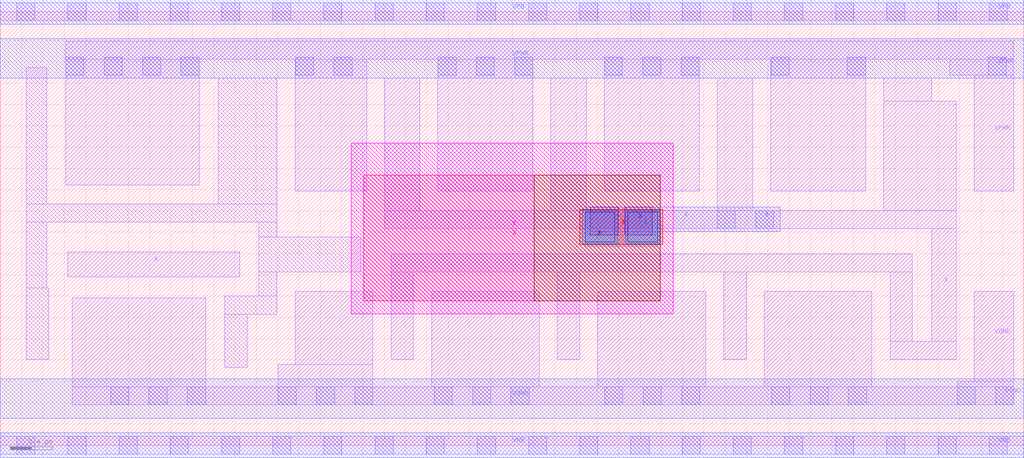
<source format=lef>
# Copyright 2020 The SkyWater PDK Authors
#
# Licensed under the Apache License, Version 2.0 (the "License");
# you may not use this file except in compliance with the License.
# You may obtain a copy of the License at
#
#     https://www.apache.org/licenses/LICENSE-2.0
#
# Unless required by applicable law or agreed to in writing, software
# distributed under the License is distributed on an "AS IS" BASIS,
# WITHOUT WARRANTIES OR CONDITIONS OF ANY KIND, either express or implied.
# See the License for the specific language governing permissions and
# limitations under the License.
#
# SPDX-License-Identifier: Apache-2.0

VERSION 5.7 ;
  NAMESCASESENSITIVE ON ;
  NOWIREEXTENSIONATPIN ON ;
  DIVIDERCHAR "/" ;
  BUSBITCHARS "[]" ;
UNITS
  DATABASE MICRONS 200 ;
END UNITS
MACRO sky130_fd_sc_hvl__probe_p_8
  CLASS CORE ;
  SOURCE USER ;
  FOREIGN sky130_fd_sc_hvl__probe_p_8 ;
  ORIGIN  0.000000  0.000000 ;
  SIZE  9.600000 BY  4.070000 ;
  SYMMETRY X Y ;
  SITE unithv ;
  PIN A
    ANTENNAGATEAREA  3.375000 ;
    DIRECTION INPUT ;
    USE SIGNAL ;
    PORT
      LAYER li1 ;
        RECT 0.635000 1.580000 2.245000 1.815000 ;
    END
  END A
  PIN X
    ANTENNADIFFAREA  2.520000 ;
    DIRECTION OUTPUT ;
    USE SIGNAL ;
    PORT
      LAYER li1 ;
        RECT 3.605000 2.035000 8.965000 2.205000 ;
        RECT 3.605000 2.205000 3.935000 3.445000 ;
        RECT 3.665000 0.805000 3.875000 1.625000 ;
        RECT 3.665000 1.625000 8.555000 1.795000 ;
        RECT 5.165000 2.205000 5.495000 3.445000 ;
        RECT 5.225000 0.805000 5.435000 1.625000 ;
        RECT 6.725000 2.205000 7.055000 3.445000 ;
        RECT 6.785000 0.805000 6.995000 1.625000 ;
        RECT 8.285000 2.205000 8.965000 3.230000 ;
        RECT 8.285000 3.230000 8.735000 3.445000 ;
        RECT 8.345000 0.805000 8.965000 0.975000 ;
        RECT 8.345000 0.975000 8.555000 1.625000 ;
        RECT 8.735000 0.975000 8.965000 2.035000 ;
      LAYER mcon ;
        RECT 6.725000 2.035000 6.895000 2.205000 ;
        RECT 7.085000 2.035000 7.255000 2.205000 ;
      LAYER met1 ;
        RECT 5.505000 1.975000 6.145000 2.005000 ;
        RECT 5.505000 2.005000 7.315000 2.235000 ;
      LAYER met2 ;
        RECT 5.485000 1.865000 6.165000 2.235000 ;
      LAYER met3 ;
        RECT 5.435000 1.885000 6.215000 2.215000 ;
      LAYER met4 ;
        RECT 3.410000 1.355000 6.190000 2.535000 ;
      LAYER met5 ;
        RECT 3.290000 1.235000 6.310000 2.835000 ;
      LAYER via ;
        RECT 5.535000 1.975000 5.795000 2.235000 ;
        RECT 5.855000 1.975000 6.115000 2.235000 ;
      LAYER via2 ;
        RECT 5.485000 1.910000 5.765000 2.190000 ;
        RECT 5.885000 1.910000 6.165000 2.190000 ;
      LAYER via3 ;
        RECT 5.465000 1.890000 5.785000 2.210000 ;
        RECT 5.865000 1.890000 6.185000 2.210000 ;
      LAYER via4 ;
        RECT 5.010000 1.355000 6.190000 2.535000 ;
    END
  END X
  PIN VGND
    DIRECTION INOUT ;
    USE GROUND ;
    PORT
      LAYER li1 ;
        RECT 0.675000 0.380000 9.505000 0.550000 ;
        RECT 0.675000 0.550000 1.925000 1.385000 ;
        RECT 2.605000 0.550000 3.495000 0.760000 ;
        RECT 2.765000 0.760000 3.495000 1.445000 ;
        RECT 4.045000 0.550000 5.055000 1.445000 ;
        RECT 5.605000 0.550000 6.615000 1.445000 ;
        RECT 7.165000 0.550000 8.175000 1.445000 ;
        RECT 8.975000 0.550000 9.505000 0.600000 ;
        RECT 9.135000 0.600000 9.505000 1.445000 ;
      LAYER mcon ;
        RECT 1.035000 0.380000 1.205000 0.550000 ;
        RECT 1.395000 0.380000 1.565000 0.550000 ;
        RECT 1.755000 0.380000 1.925000 0.550000 ;
        RECT 2.605000 0.380000 2.775000 0.550000 ;
        RECT 2.965000 0.380000 3.135000 0.550000 ;
        RECT 3.325000 0.380000 3.495000 0.550000 ;
        RECT 4.070000 0.380000 4.240000 0.550000 ;
        RECT 4.430000 0.380000 4.600000 0.550000 ;
        RECT 4.790000 0.380000 4.960000 0.550000 ;
        RECT 5.670000 0.380000 5.840000 0.550000 ;
        RECT 6.030000 0.380000 6.200000 0.550000 ;
        RECT 6.390000 0.380000 6.560000 0.550000 ;
        RECT 7.235000 0.380000 7.405000 0.550000 ;
        RECT 7.595000 0.380000 7.765000 0.550000 ;
        RECT 7.955000 0.380000 8.125000 0.550000 ;
        RECT 8.975000 0.380000 9.145000 0.550000 ;
        RECT 9.335000 0.380000 9.505000 0.550000 ;
      LAYER met1 ;
        RECT 0.000000 0.255000 9.600000 0.625000 ;
    END
  END VGND
  PIN VNB
    DIRECTION INOUT ;
    USE GROUND ;
    PORT
      LAYER li1 ;
        RECT 0.000000 -0.085000 9.600000 0.085000 ;
      LAYER mcon ;
        RECT 0.155000 -0.085000 0.325000 0.085000 ;
        RECT 0.635000 -0.085000 0.805000 0.085000 ;
        RECT 1.115000 -0.085000 1.285000 0.085000 ;
        RECT 1.595000 -0.085000 1.765000 0.085000 ;
        RECT 2.075000 -0.085000 2.245000 0.085000 ;
        RECT 2.555000 -0.085000 2.725000 0.085000 ;
        RECT 3.035000 -0.085000 3.205000 0.085000 ;
        RECT 3.515000 -0.085000 3.685000 0.085000 ;
        RECT 3.995000 -0.085000 4.165000 0.085000 ;
        RECT 4.475000 -0.085000 4.645000 0.085000 ;
        RECT 4.955000 -0.085000 5.125000 0.085000 ;
        RECT 5.435000 -0.085000 5.605000 0.085000 ;
        RECT 5.915000 -0.085000 6.085000 0.085000 ;
        RECT 6.395000 -0.085000 6.565000 0.085000 ;
        RECT 6.875000 -0.085000 7.045000 0.085000 ;
        RECT 7.355000 -0.085000 7.525000 0.085000 ;
        RECT 7.835000 -0.085000 8.005000 0.085000 ;
        RECT 8.315000 -0.085000 8.485000 0.085000 ;
        RECT 8.795000 -0.085000 8.965000 0.085000 ;
        RECT 9.275000 -0.085000 9.445000 0.085000 ;
      LAYER met1 ;
        RECT 0.000000 -0.115000 9.600000 0.115000 ;
    END
  END VNB
  PIN VPB
    DIRECTION INOUT ;
    USE POWER ;
    PORT
      LAYER li1 ;
        RECT 0.000000 3.985000 9.600000 4.155000 ;
      LAYER mcon ;
        RECT 0.155000 3.985000 0.325000 4.155000 ;
        RECT 0.635000 3.985000 0.805000 4.155000 ;
        RECT 1.115000 3.985000 1.285000 4.155000 ;
        RECT 1.595000 3.985000 1.765000 4.155000 ;
        RECT 2.075000 3.985000 2.245000 4.155000 ;
        RECT 2.555000 3.985000 2.725000 4.155000 ;
        RECT 3.035000 3.985000 3.205000 4.155000 ;
        RECT 3.515000 3.985000 3.685000 4.155000 ;
        RECT 3.995000 3.985000 4.165000 4.155000 ;
        RECT 4.475000 3.985000 4.645000 4.155000 ;
        RECT 4.955000 3.985000 5.125000 4.155000 ;
        RECT 5.435000 3.985000 5.605000 4.155000 ;
        RECT 5.915000 3.985000 6.085000 4.155000 ;
        RECT 6.395000 3.985000 6.565000 4.155000 ;
        RECT 6.875000 3.985000 7.045000 4.155000 ;
        RECT 7.355000 3.985000 7.525000 4.155000 ;
        RECT 7.835000 3.985000 8.005000 4.155000 ;
        RECT 8.315000 3.985000 8.485000 4.155000 ;
        RECT 8.795000 3.985000 8.965000 4.155000 ;
        RECT 9.275000 3.985000 9.445000 4.155000 ;
      LAYER met1 ;
        RECT 0.000000 3.955000 9.600000 4.185000 ;
    END
  END VPB
  PIN VPWR
    DIRECTION INOUT ;
    USE POWER ;
    PORT
      LAYER li1 ;
        RECT 0.615000 2.445000 1.865000 3.625000 ;
        RECT 0.615000 3.625000 9.505000 3.795000 ;
        RECT 2.765000 2.385000 3.435000 3.625000 ;
        RECT 4.105000 2.385000 4.995000 3.625000 ;
        RECT 5.665000 2.385000 6.555000 3.625000 ;
        RECT 7.225000 2.385000 8.115000 3.625000 ;
        RECT 8.905000 3.475000 9.505000 3.625000 ;
        RECT 9.135000 2.385000 9.505000 3.475000 ;
      LAYER mcon ;
        RECT 0.615000 3.475000 0.785000 3.645000 ;
        RECT 0.975000 3.475000 1.145000 3.645000 ;
        RECT 1.335000 3.475000 1.505000 3.645000 ;
        RECT 1.695000 3.475000 1.865000 3.645000 ;
        RECT 2.770000 3.475000 2.940000 3.645000 ;
        RECT 3.130000 3.475000 3.300000 3.645000 ;
        RECT 4.105000 3.475000 4.275000 3.645000 ;
        RECT 4.465000 3.475000 4.635000 3.645000 ;
        RECT 4.825000 3.475000 4.995000 3.645000 ;
        RECT 5.665000 3.475000 5.835000 3.645000 ;
        RECT 6.025000 3.475000 6.195000 3.645000 ;
        RECT 6.385000 3.475000 6.555000 3.645000 ;
        RECT 7.230000 3.475000 7.400000 3.645000 ;
        RECT 7.945000 3.475000 8.115000 3.645000 ;
        RECT 9.265000 3.475000 9.435000 3.645000 ;
      LAYER met1 ;
        RECT 0.000000 3.445000 9.600000 3.815000 ;
    END
  END VPWR
  OBS
    LAYER li1 ;
      RECT 0.245000 0.805000 0.455000 1.475000 ;
      RECT 0.245000 1.475000 0.435000 2.095000 ;
      RECT 0.245000 2.095000 2.595000 2.265000 ;
      RECT 0.245000 2.265000 0.435000 3.545000 ;
      RECT 2.045000 2.265000 2.595000 3.445000 ;
      RECT 2.105000 0.730000 2.315000 1.230000 ;
      RECT 2.105000 1.230000 2.595000 1.400000 ;
      RECT 2.425000 1.400000 2.595000 1.625000 ;
      RECT 2.425000 1.625000 3.380000 1.955000 ;
      RECT 2.425000 1.955000 2.595000 2.095000 ;
  END
END sky130_fd_sc_hvl__probe_p_8

</source>
